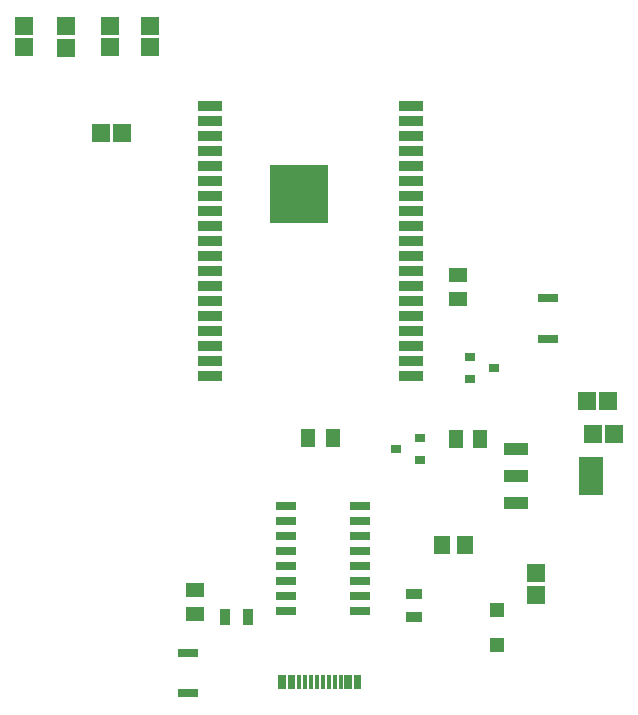
<source format=gtp>
G04*
G04 #@! TF.GenerationSoftware,Altium Limited,Altium Designer,22.1.2 (22)*
G04*
G04 Layer_Color=8421504*
%FSLAX25Y25*%
%MOIN*%
G70*
G04*
G04 #@! TF.SameCoordinates,02DF8324-4ACC-4833-93D7-4F50CCD373BD*
G04*
G04*
G04 #@! TF.FilePolarity,Positive*
G04*
G01*
G75*
%ADD17R,0.01181X0.04528*%
%ADD18R,0.07874X0.03543*%
%ADD19R,0.19685X0.19685*%
%ADD20R,0.07087X0.02520*%
G04:AMPARAMS|DCode=21|XSize=39.37mil|YSize=80.71mil|CornerRadius=1.97mil|HoleSize=0mil|Usage=FLASHONLY|Rotation=90.000|XOffset=0mil|YOffset=0mil|HoleType=Round|Shape=RoundedRectangle|*
%AMROUNDEDRECTD21*
21,1,0.03937,0.07677,0,0,90.0*
21,1,0.03543,0.08071,0,0,90.0*
1,1,0.00394,0.03839,0.01772*
1,1,0.00394,0.03839,-0.01772*
1,1,0.00394,-0.03839,-0.01772*
1,1,0.00394,-0.03839,0.01772*
%
%ADD21ROUNDEDRECTD21*%
G04:AMPARAMS|DCode=22|XSize=127.95mil|YSize=80.71mil|CornerRadius=2.02mil|HoleSize=0mil|Usage=FLASHONLY|Rotation=90.000|XOffset=0mil|YOffset=0mil|HoleType=Round|Shape=RoundedRectangle|*
%AMROUNDEDRECTD22*
21,1,0.12795,0.07667,0,0,90.0*
21,1,0.12392,0.08071,0,0,90.0*
1,1,0.00404,0.03834,0.06196*
1,1,0.00404,0.03834,-0.06196*
1,1,0.00404,-0.03834,-0.06196*
1,1,0.00404,-0.03834,0.06196*
%
%ADD22ROUNDEDRECTD22*%
%ADD23R,0.06102X0.05906*%
%ADD24R,0.04921X0.06102*%
%ADD25R,0.03543X0.03150*%
%ADD26R,0.06693X0.03150*%
%ADD27R,0.05906X0.06102*%
%ADD28R,0.05709X0.03740*%
%ADD29R,0.06102X0.06102*%
%ADD30R,0.04803X0.04921*%
%ADD31R,0.03740X0.05709*%
%ADD32R,0.05512X0.06102*%
%ADD33R,0.06102X0.04921*%
D17*
X395189Y129449D02*
D03*
X392039D02*
D03*
X373142D02*
D03*
X369992D02*
D03*
X368811D02*
D03*
X371961D02*
D03*
X375110D02*
D03*
X377079D02*
D03*
X379047D02*
D03*
X381016D02*
D03*
X382984D02*
D03*
X384953D02*
D03*
X386921D02*
D03*
X388890D02*
D03*
X390858D02*
D03*
X394008D02*
D03*
D18*
X345500Y321500D02*
D03*
Y316500D02*
D03*
Y311500D02*
D03*
Y306500D02*
D03*
Y301500D02*
D03*
Y296500D02*
D03*
Y291500D02*
D03*
Y286500D02*
D03*
Y281500D02*
D03*
Y276500D02*
D03*
Y271500D02*
D03*
Y266500D02*
D03*
Y261500D02*
D03*
Y256500D02*
D03*
Y251500D02*
D03*
Y246500D02*
D03*
Y241500D02*
D03*
Y236500D02*
D03*
Y231500D02*
D03*
X412429D02*
D03*
Y236500D02*
D03*
Y241500D02*
D03*
Y246500D02*
D03*
Y251500D02*
D03*
Y256500D02*
D03*
Y261500D02*
D03*
Y266500D02*
D03*
Y271500D02*
D03*
Y276500D02*
D03*
Y281500D02*
D03*
Y286500D02*
D03*
Y291500D02*
D03*
Y296500D02*
D03*
Y301500D02*
D03*
Y306500D02*
D03*
Y311500D02*
D03*
Y316500D02*
D03*
Y321500D02*
D03*
D19*
X375028Y291972D02*
D03*
D20*
X395224Y188000D02*
D03*
Y183000D02*
D03*
Y178000D02*
D03*
Y173000D02*
D03*
Y168000D02*
D03*
Y163000D02*
D03*
Y158000D02*
D03*
Y153000D02*
D03*
X370776D02*
D03*
Y158000D02*
D03*
Y163000D02*
D03*
Y168000D02*
D03*
Y173000D02*
D03*
Y178000D02*
D03*
Y183000D02*
D03*
Y188000D02*
D03*
D21*
X447500Y207055D02*
D03*
Y198000D02*
D03*
Y188945D02*
D03*
D22*
X472500Y198000D02*
D03*
D23*
X312000Y340957D02*
D03*
Y348043D02*
D03*
X325500D02*
D03*
Y340957D02*
D03*
X454000Y158457D02*
D03*
Y165543D02*
D03*
D24*
X435535Y210500D02*
D03*
X427465D02*
D03*
X378169Y210851D02*
D03*
X386239D02*
D03*
D25*
X407500Y207000D02*
D03*
X415374Y210740D02*
D03*
Y203260D02*
D03*
X432063Y237740D02*
D03*
Y230260D02*
D03*
X439937Y234000D02*
D03*
D26*
X458000Y243807D02*
D03*
Y257193D02*
D03*
X338000Y125614D02*
D03*
Y139000D02*
D03*
D27*
X480043Y212000D02*
D03*
X472957D02*
D03*
X478087Y223000D02*
D03*
X471000D02*
D03*
X316000Y312500D02*
D03*
X308913D02*
D03*
D28*
X413500Y158839D02*
D03*
Y151161D02*
D03*
D29*
X297500Y348000D02*
D03*
Y340717D02*
D03*
X283500Y348142D02*
D03*
Y340858D02*
D03*
D30*
X441000Y153307D02*
D03*
Y141693D02*
D03*
D31*
X358000Y151000D02*
D03*
X350323D02*
D03*
D32*
X422760Y175000D02*
D03*
X430240D02*
D03*
D33*
X428000Y256965D02*
D03*
Y265035D02*
D03*
X340500Y151965D02*
D03*
Y160035D02*
D03*
M02*

</source>
